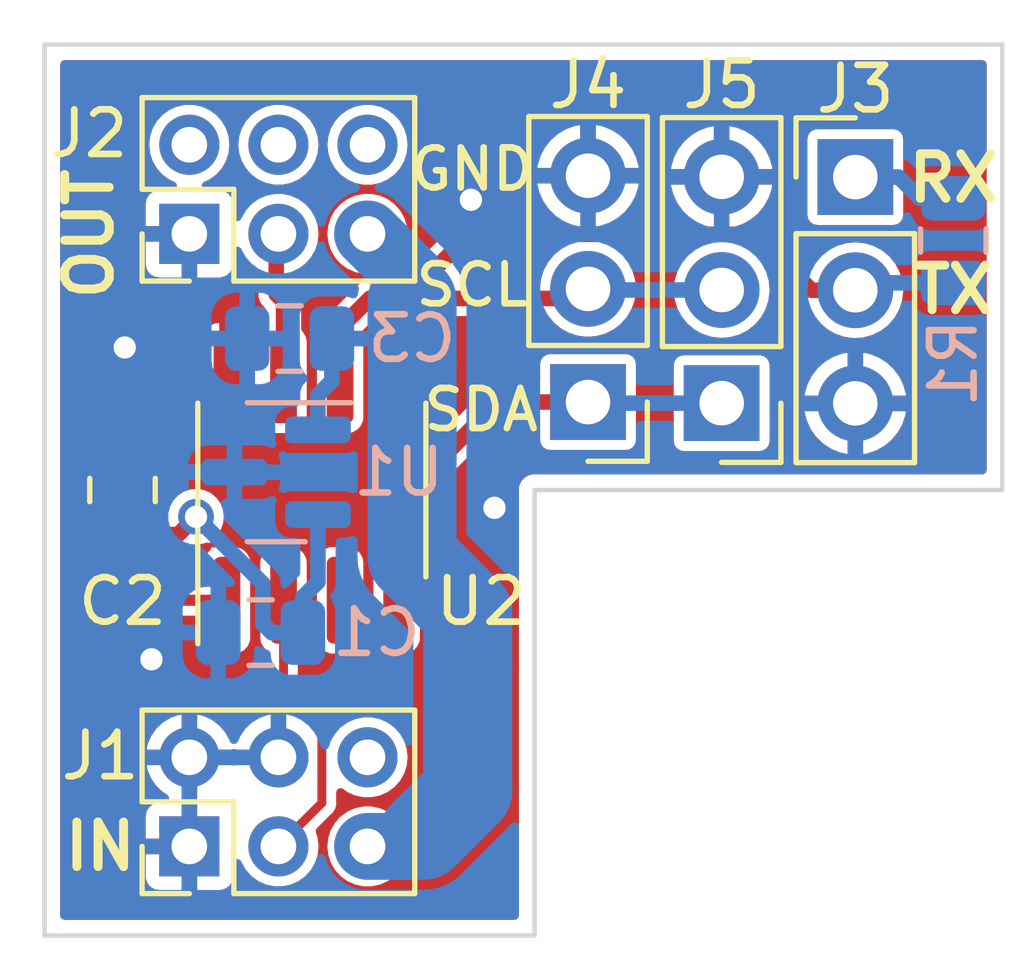
<source format=kicad_pcb>
(kicad_pcb (version 20210126) (generator pcbnew)
  (layers (0 "F.Cu" signal) (31 "B.Cu" signal) (36 "B.SilkS" user "B.Silkscreen") (37 "F.SilkS" user "F.Silkscreen") (38 "B.Mask" user) (39 "F.Mask" user) (44 "Edge.Cuts" user))
  (net 0 "")
  (net 1 "GND")
  (net 2 "Net-(C1-Pad1)")
  (net 3 "/PWM_IN")
  (net 5 "+12V")
  (net 8 "/PWM_OUT")
  (net 10 "Net-(J3-Pad2)")
  (net 11 "Net-(J3-Pad1)")
  (net 12 "/SCL")
  (net 13 "/SDA")
  (footprint "Connector_PinHeader_2.54mm:PinHeader_1x03_P2.54mm_Vertical" (layer "F.Cu") (at 138.2 92.975)
    (fp_text reference "J3" (at 0 -1.975) (layer "F.SilkS"))
    (fp_text value "Program Pins" hide)
    (fp_line (start 1.33 1.27) (end 1.33 6.41) (layer "F.SilkS") (width 0.12))
    (fp_line (start -1.33 1.27) (end -1.33 6.41) (layer "F.SilkS") (width 0.12))
    (fp_line (start -1.33 -1.33) (end 0 -1.33) (layer "F.SilkS") (width 0.12))
    (fp_line (start -1.33 1.27) (end 1.33 1.27) (layer "F.SilkS") (width 0.12))
    (fp_line (start -1.33 6.41) (end 1.33 6.41) (layer "F.SilkS") (width 0.12))
    (fp_line (start -1.33 0) (end -1.33 -1.33) (layer "F.SilkS") (width 0.12))
    (pad "1" thru_hole rect (at 0 0) (size 1.7 1.7) (drill 1) (layers *.Cu *.Mask) (net 11 "Net-(J3-Pad1)"))
    (pad "2" thru_hole oval (at 0 2.54) (size 1.7 1.7) (drill 1) (layers *.Cu *.Mask) (net 10 "Net-(J3-Pad2)"))
    (pad "3" thru_hole oval (at 0 5.08) (size 1.7 1.7) (drill 1) (layers *.Cu *.Mask) (net 1 "GND"))
  )
  (footprint "Connector_PinHeader_2.54mm:PinHeader_1x03_P2.54mm_Vertical" (layer "F.Cu") (at 135.2 98.05 180)
    (fp_text reference "J5" (at 0 7.15) (layer "F.SilkS"))
    (fp_text value "I2C" hide)
    (fp_line (start 1.33 1.27) (end 1.33 6.41) (layer "F.SilkS") (width 0.12))
    (fp_line (start -1.33 1.27) (end 1.33 1.27) (layer "F.SilkS") (width 0.12))
    (fp_line (start -1.33 1.27) (end -1.33 6.41) (layer "F.SilkS") (width 0.12))
    (fp_line (start -1.33 0) (end -1.33 -1.33) (layer "F.SilkS") (width 0.12))
    (fp_line (start -1.33 6.41) (end 1.33 6.41) (layer "F.SilkS") (width 0.12))
    (fp_line (start -1.33 -1.33) (end 0 -1.33) (layer "F.SilkS") (width 0.12))
    (pad "1" thru_hole rect (at 0 0 180) (size 1.7 1.7) (drill 1) (layers *.Cu *.Mask) (net 13 "/SDA"))
    (pad "2" thru_hole oval (at 0 2.54 180) (size 1.7 1.7) (drill 1) (layers *.Cu *.Mask) (net 12 "/SCL"))
    (pad "3" thru_hole oval (at 0 5.08 180) (size 1.7 1.7) (drill 1) (layers *.Cu *.Mask) (net 1 "GND"))
  )
  (footprint "Connector_PinHeader_2.00mm:PinHeader_2x03_P2.00mm_Vertical" (layer "F.Cu") (at 123.25 94.25 90)
    (fp_text reference "J2" (at 2.25 -2.25 180) (layer "F.SilkS"))
    (fp_text value "Out" hide)
    (fp_line (start 3.06 -1.06) (end 3.06 5.06) (layer "F.SilkS") (width 0.12))
    (fp_line (start 1 1) (end 1 -1.06) (layer "F.SilkS") (width 0.12))
    (fp_line (start 1 -1.06) (end 3.06 -1.06) (layer "F.SilkS") (width 0.12))
    (fp_line (start -1.06 1) (end -1.06 5.06) (layer "F.SilkS") (width 0.12))
    (fp_line (start -1.06 5.06) (end 3.06 5.06) (layer "F.SilkS") (width 0.12))
    (fp_line (start -1.06 0) (end -1.06 -1.06) (layer "F.SilkS") (width 0.12))
    (fp_line (start -1.06 1) (end 1 1) (layer "F.SilkS") (width 0.12))
    (fp_line (start -1.06 -1.06) (end 0 -1.06) (layer "F.SilkS") (width 0.12))
    (pad "1" thru_hole rect (at 0 0 90) (size 1.35 1.35) (drill 0.8) (layers *.Cu *.Mask) (net 1 "GND"))
    (pad "2" thru_hole oval (at 2 0 90) (size 1.35 1.35) (drill 0.8) (layers *.Cu *.Mask))
    (pad "3" thru_hole oval (at 0 2 90) (size 1.35 1.35) (drill 0.8) (layers *.Cu *.Mask) (net 8 "/PWM_OUT"))
    (pad "4" thru_hole oval (at 2 2 90) (size 1.35 1.35) (drill 0.8) (layers *.Cu *.Mask))
    (pad "5" thru_hole oval (at 0 4 90) (size 1.35 1.35) (drill 0.8) (layers *.Cu *.Mask) (net 5 "+12V"))
    (pad "6" thru_hole oval (at 2 4 90) (size 1.35 1.35) (drill 0.8) (layers *.Cu *.Mask))
  )
  (footprint "Connector_PinHeader_2.00mm:PinHeader_2x03_P2.00mm_Vertical" (layer "F.Cu") (at 123.25 108 90)
    (fp_text reference "J1" (at 2.03 -2 180) (layer "F.SilkS"))
    (fp_text value "In" hide)
    (fp_line (start -1.06 5.06) (end 3.06 5.06) (layer "F.SilkS") (width 0.12))
    (fp_line (start 3.06 -1.06) (end 3.06 5.06) (layer "F.SilkS") (width 0.12))
    (fp_line (start -1.06 1) (end -1.06 5.06) (layer "F.SilkS") (width 0.12))
    (fp_line (start 1 1) (end 1 -1.06) (layer "F.SilkS") (width 0.12))
    (fp_line (start 1 -1.06) (end 3.06 -1.06) (layer "F.SilkS") (width 0.12))
    (fp_line (start -1.06 1) (end 1 1) (layer "F.SilkS") (width 0.12))
    (fp_line (start -1.06 0) (end -1.06 -1.06) (layer "F.SilkS") (width 0.12))
    (fp_line (start -1.06 -1.06) (end 0 -1.06) (layer "F.SilkS") (width 0.12))
    (pad "1" thru_hole rect (at 0 0 90) (size 1.35 1.35) (drill 0.8) (layers *.Cu *.Mask) (net 1 "GND"))
    (pad "2" thru_hole oval (at 2 0 90) (size 1.35 1.35) (drill 0.8) (layers *.Cu *.Mask) (net 1 "GND"))
    (pad "3" thru_hole oval (at 0 2 90) (size 1.35 1.35) (drill 0.8) (layers *.Cu *.Mask) (net 3 "/PWM_IN"))
    (pad "4" thru_hole oval (at 2 2 90) (size 1.35 1.35) (drill 0.8) (layers *.Cu *.Mask) (net 1 "GND"))
    (pad "5" thru_hole oval (at 0 4 90) (size 1.35 1.35) (drill 0.8) (layers *.Cu *.Mask) (net 5 "+12V"))
    (pad "6" thru_hole oval (at 2 4 90) (size 1.35 1.35) (drill 0.8) (layers *.Cu *.Mask))
  )
  (footprint "Connector_PinHeader_2.54mm:PinHeader_1x03_P2.54mm_Vertical" (layer "F.Cu") (at 132.2 98.025 180)
    (fp_text reference "J4" (at 0 7.125) (layer "F.SilkS"))
    (fp_text value "I2C" hide)
    (fp_line (start -1.33 0) (end -1.33 -1.33) (layer "F.SilkS") (width 0.12))
    (fp_line (start -1.33 -1.33) (end 0 -1.33) (layer "F.SilkS") (width 0.12))
    (fp_line (start -1.33 6.41) (end 1.33 6.41) (layer "F.SilkS") (width 0.12))
    (fp_line (start 1.33 1.27) (end 1.33 6.41) (layer "F.SilkS") (width 0.12))
    (fp_line (start -1.33 1.27) (end -1.33 6.41) (layer "F.SilkS") (width 0.12))
    (fp_line (start -1.33 1.27) (end 1.33 1.27) (layer "F.SilkS") (width 0.12))
    (pad "1" thru_hole rect (at 0 0 180) (size 1.7 1.7) (drill 1) (layers *.Cu *.Mask) (net 13 "/SDA"))
    (pad "2" thru_hole oval (at 0 2.54 180) (size 1.7 1.7) (drill 1) (layers *.Cu *.Mask) (net 12 "/SCL"))
    (pad "3" thru_hole oval (at 0 5.08 180) (size 1.7 1.7) (drill 1) (layers *.Cu *.Mask) (net 1 "GND"))
  )
  (footprint "Capacitor_SMD:C_0805_2012Metric" (layer "F.Cu") (at 121.75 100 -90)
    (fp_text reference "C2" (at 2.5 0 -180) (layer "F.SilkS"))
    (fp_text value "100nF" hide)
    (fp_line (start -0.261252 0.735) (end 0.261252 0.735) (layer "F.SilkS") (width 0.12))
    (fp_line (start -0.261252 -0.735) (end 0.261252 -0.735) (layer "F.SilkS") (width 0.12))
    (pad "1" smd roundrect (at -0.95 0 270) (size 1 1.45) (layers "F.Cu" "F.Paste" "F.Mask") (net 1 "GND"))
    (pad "2" smd roundrect (at 0.95 0 270) (size 1 1.45) (layers "F.Cu" "F.Paste" "F.Mask") (net 2 "Net-(C1-Pad1)"))
  )
  (footprint "Package_SO:SOIC-8_3.9x4.9mm_P1.27mm" (layer "F.Cu") (at 126 100 90)
    (fp_text reference "U2" (at -2.5 3.8 180) (layer "F.SilkS"))
    (fp_text value "ATtiny402-SS" hide)
    (fp_line (start 0 2.56) (end 1.95 2.56) (layer "F.SilkS") (width 0.12))
    (fp_line (start 0 -2.56) (end 1.95 -2.56) (layer "F.SilkS") (width 0.12))
    (fp_line (start 0 2.56) (end -1.95 2.56) (layer "F.SilkS") (width 0.12))
    (fp_line (start 0 -2.56) (end -3.45 -2.56) (layer "F.SilkS") (width 0.12))
    (pad "1" smd roundrect (at -2.475 -1.905 90) (size 1.95 0.6) (layers "F.Cu" "F.Paste" "F.Mask") (net 2 "Net-(C1-Pad1)"))
    (pad "2" smd roundrect (at -2.475 -0.635 90) (size 1.95 0.6) (layers "F.Cu" "F.Paste" "F.Mask") (net 3 "/PWM_IN"))
    (pad "3" smd roundrect (at -2.475 0.635 90) (size 1.95 0.6) (layers "F.Cu" "F.Paste" "F.Mask"))
    (pad "4" smd roundrect (at -2.475 1.905 90) (size 1.95 0.6) (layers "F.Cu" "F.Paste" "F.Mask") (net 13 "/SDA"))
    (pad "5" smd roundrect (at 2.475 1.905 90) (size 1.95 0.6) (layers "F.Cu" "F.Paste" "F.Mask") (net 12 "/SCL"))
    (pad "6" smd roundrect (at 2.475 0.635 90) (size 1.95 0.6) (layers "F.Cu" "F.Paste" "F.Mask") (net 10 "Net-(J3-Pad2)"))
    (pad "7" smd roundrect (at 2.475 -0.635 90) (size 1.95 0.6) (layers "F.Cu" "F.Paste" "F.Mask") (net 8 "/PWM_OUT"))
    (pad "8" smd roundrect (at 2.475 -1.905 90) (size 1.95 0.6) (layers "F.Cu" "F.Paste" "F.Mask") (net 1 "GND"))
  )
  (footprint "Package_TO_SOT_SMD:SOT-23" (layer "B.Cu") (at 125.2 99.6 180)
    (fp_text reference "U1" (at -2.75 0 180) (layer "B.SilkS") (effects (justify mirror)))
    (fp_text value "AP7384-33SA" hide)
    (fp_line (start 0 1.56) (end 0.65 1.56) (layer "B.SilkS") (width 0.12))
    (fp_line (start 0 -1.56) (end 0.65 -1.56) (layer "B.SilkS") (width 0.12))
    (fp_line (start 0 -1.56) (end -0.65 -1.56) (layer "B.SilkS") (width 0.12))
    (fp_line (start 0 1.56) (end -1.675 1.56) (layer "B.SilkS") (width 0.12))
    (pad "1" smd roundrect (at -0.9375 0.95 180) (size 1.475 0.6) (layers "B.Cu" "B.Paste" "B.Mask") (net 5 "+12V"))
    (pad "2" smd roundrect (at -0.9375 -0.95 180) (size 1.475 0.6) (layers "B.Cu" "B.Paste" "B.Mask") (net 2 "Net-(C1-Pad1)"))
    (pad "3" smd roundrect (at 0.9375 0 180) (size 1.475 0.6) (layers "B.Cu" "B.Paste" "B.Mask") (net 1 "GND"))
  )
  (footprint "Capacitor_SMD:C_0805_2012Metric" (layer "B.Cu") (at 124.85 103.2 180)
    (fp_text reference "C1" (at -2.6 0 180) (layer "B.SilkS") (effects (justify mirror)))
    (fp_text value "1µF" hide)
    (fp_line (start -0.261252 -0.735) (end 0.261252 -0.735) (layer "B.SilkS") (width 0.12))
    (fp_line (start -0.261252 0.735) (end 0.261252 0.735) (layer "B.SilkS") (width 0.12))
    (pad "1" smd roundrect (at -0.95 0 180) (size 1 1.45) (layers "B.Cu" "B.Paste" "B.Mask") (net 2 "Net-(C1-Pad1)"))
    (pad "2" smd roundrect (at 0.95 0 180) (size 1 1.45) (layers "B.Cu" "B.Paste" "B.Mask") (net 1 "GND"))
  )
  (footprint "Capacitor_SMD:C_0805_2012Metric" (layer "B.Cu") (at 125.5 96.6 180)
    (fp_text reference "C3" (at -2.75 0) (layer "B.SilkS") (effects (justify mirror)))
    (fp_text value "1µF" hide)
    (fp_line (start -0.261252 0.735) (end 0.261252 0.735) (layer "B.SilkS") (width 0.12))
    (fp_line (start -0.261252 -0.735) (end 0.261252 -0.735) (layer "B.SilkS") (width 0.12))
    (pad "1" smd roundrect (at -0.95 0 180) (size 1 1.45) (layers "B.Cu" "B.Paste" "B.Mask") (net 5 "+12V"))
    (pad "2" smd roundrect (at 0.95 0 180) (size 1 1.45) (layers "B.Cu" "B.Paste" "B.Mask") (net 1 "GND"))
  )
  (footprint "Capacitor_SMD:C_0805_2012Metric" (layer "B.Cu") (at 140.4 94.4 -90)
    (fp_text reference "R1" (at 2.75 0 -90) (layer "B.SilkS") (effects (justify mirror)))
    (fp_text value "4K7" hide)
    (fp_line (start -0.261252 -0.735) (end 0.261252 -0.735) (layer "B.SilkS") (width 0.12))
    (fp_line (start -0.261252 0.735) (end 0.261252 0.735) (layer "B.SilkS") (width 0.12))
    (pad "1" smd roundrect (at -0.95 0 270) (size 1 1.45) (layers "B.Cu" "B.Paste" "B.Mask") (net 11 "Net-(J3-Pad1)"))
    (pad "2" smd roundrect (at 0.95 0 270) (size 1 1.45) (layers "B.Cu" "B.Paste" "B.Mask") (net 10 "Net-(J3-Pad2)"))
  )
  (gr_line (start 120 90) (end 141.5 90) (layer "Edge.Cuts") (width 0.1))
  (gr_line (start 131 100) (end 141.5 100) (layer "Edge.Cuts") (width 0.1))
  (gr_line (start 120 110) (end 120 90) (layer "Edge.Cuts") (width 0.1))
  (gr_line (start 141.5 90) (end 141.5 100) (layer "Edge.Cuts") (width 0.1))
  (gr_line (start 131 110) (end 131 100) (layer "Edge.Cuts") (width 0.1))
  (gr_line (start 120 110) (end 131 110) (layer "Edge.Cuts") (width 0.1))
  (gr_text "SDA" (at 129.8 98.2) (layer "F.SilkS") (effects (font (size 0.9 0.9))))
  (gr_text "SCL" (at 129.6 95.4) (layer "F.SilkS") (effects (font (size 0.9 0.9))))
  (gr_text "RX" (at 140.4 93) (layer "F.SilkS") (effects (font (size 1 1) (thickness 0.2))))
  (gr_text "TX" (at 140.4 95.5) (layer "F.SilkS") (effects (font (size 1 1) (thickness 0.2))))
  (gr_text "IN" (at 121.25 108) (layer "F.SilkS") (effects (font (size 1 1) (thickness 0.2))))
  (gr_text "GND" (at 129.6 92.8) (layer "F.SilkS") (effects (font (size 0.9 0.9))))
  (gr_text "OUT" (at 121 94.25 90) (layer "F.SilkS") (effects (font (size 1 1) (thickness 0.2))))
  (via (at 130.1 100.4) (size 0.8) (drill 0.5) (layers "F.Cu" "B.Cu") (net 1))
  (via (at 121.8 96.8) (size 0.8) (drill 0.5) (layers "F.Cu" "B.Cu") (net 1))
  (via (at 122.4 103.8) (size 0.8) (drill 0.5) (layers "F.Cu" "B.Cu") (net 1))
  (via (at 129.571258 93.484979) (size 0.8) (drill 0.5) (layers "F.Cu" "B.Cu") (net 1))
  (segment (start 121.75 101.75) (end 122.475 102.475) (width 0.25) (layer "F.Cu") (net 2))
  (segment (start 122.475 102.475) (end 124.095 102.475) (width 0.25) (layer "F.Cu") (net 2))
  (segment (start 121.8 101) (end 121.75 100.95) (width 0.35) (layer "F.Cu") (net 2))
  (segment (start 121.75 100.95) (end 121.75 101.75) (width 0.25) (layer "F.Cu") (net 2))
  (segment (start 123 101) (end 121.8 101) (width 0.35) (layer "F.Cu") (net 2))
  (segment (start 123.4 100.6) (end 123 101) (width 0.35) (layer "F.Cu") (net 2))
  (via (at 123.4 100.6) (size 0.8) (drill 0.5) (layers "F.Cu" "B.Cu") (net 2))
  (segment (start 124.9 102.1) (end 124 101.2) (width 0.35) (layer "B.Cu") (net 2))
  (segment (start 126.1875 100.8) (end 126.2 100.8) (width 0.25) (layer "B.Cu") (net 2))
  (segment (start 124.9 103) (end 124.9 102.1) (width 0.35) (layer "B.Cu") (net 2))
  (segment (start 125.1 103.2) (end 124.9 103) (width 0.35) (layer "B.Cu") (net 2))
  (segment (start 126.2 100.8) (end 126.25 100.75) (width 0.25) (layer "B.Cu") (net 2))
  (segment (start 124 101.2) (end 123.4 100.6) (width 0.35) (layer "B.Cu") (net 2))
  (segment (start 125.8 103.2) (end 125.1 103.2) (width 0.35) (layer "B.Cu") (net 2))
  (segment (start 126.1375 100.55) (end 126.1375 102.0625) (width 0.35) (layer "B.Cu") (net 2))
  (segment (start 125.8 102.4) (end 125.8 103.2) (width 0.35) (layer "B.Cu") (net 2))
  (segment (start 126.1375 102.0625) (end 125.8 102.4) (width 0.35) (layer "B.Cu") (net 2))
  (segment (start 125.365 102.475) (end 125.365 104.565) (width 0.2) (layer "F.Cu") (net 3))
  (segment (start 125.365 104.565) (end 126.225011 105.425011) (width 0.2) (layer "F.Cu") (net 3))
  (segment (start 126.225011 105.425011) (end 126.225011 107.024989) (width 0.2) (layer "F.Cu") (net 3))
  (segment (start 126.225011 107.024989) (end 125.25 108) (width 0.2) (layer "F.Cu") (net 3))
  (segment (start 128.25 95.25) (end 127.25 94.25) (width 1.5) (layer "B.Cu") (net 5))
  (segment (start 126.45 96.6) (end 127.8 96.6) (width 0.35) (layer "B.Cu") (net 5))
  (segment (start 127.55 100.8) (end 128.25 101.5) (width 0.25) (layer "B.Cu") (net 5))
  (segment (start 128.5 101.75) (end 128.25 101.5) (width 2) (layer "B.Cu") (net 5))
  (segment (start 128 99) (end 128.25 99.25) (width 0.25) (layer "B.Cu") (net 5))
  (segment (start 128.25 97.05) (end 128.25 95.75) (width 2) (layer "B.Cu") (net 5))
  (segment (start 129.5 106.75) (end 129.5 104) (width 2) (layer "B.Cu") (net 5))
  (segment (start 129.5 102.75) (end 128.5 101.75) (width 2) (layer "B.Cu") (net 5))
  (segment (start 128.25 108) (end 127.25 108) (width 1.5) (layer "B.Cu") (net 5))
  (segment (start 126.45 96.6) (end 126.45 97.55) (width 0.35) (layer "B.Cu") (net 5))
  (segment (start 126.45 97.55) (end 126.1375 97.8625) (width 0.35) (layer "B.Cu") (net 5))
  (segment (start 129.5 104) (end 129.5 102.75) (width 2) (layer "B.Cu") (net 5))
  (segment (start 128.25 101.5) (end 128.25 99.25) (width 2) (layer "B.Cu") (net 5))
  (segment (start 128.5 107.75) (end 129.5 106.75) (width 2) (layer "B.Cu") (net 5))
  (segment (start 128.25 95.75) (end 128.25 95.25) (width 1.5) (layer "B.Cu") (net 5))
  (segment (start 128.25 99.25) (end 128.25 97.05) (width 2) (layer "B.Cu") (net 5))
  (segment (start 126.1375 97.8625) (end 126.1375 98.65) (width 0.35) (layer "B.Cu") (net 5))
  (segment (start 127.8 96.6) (end 128.25 97.05) (width 0.35) (layer "B.Cu") (net 5))
  (segment (start 128.5 107.75) (end 128.25 108) (width 1.5) (layer "B.Cu") (net 5))
  (segment (start 125.2 95.6) (end 125.2 94.3) (width 0.35) (layer "F.Cu") (net 8))
  (segment (start 125.365 97.525) (end 125.365 95.765) (width 0.35) (layer "F.Cu") (net 8))
  (segment (start 125.365 95.765) (end 125.2 95.6) (width 0.35) (layer "F.Cu") (net 8))
  (segment (start 125.2 94.3) (end 125.25 94.25) (width 0.35) (layer "F.Cu") (net 8))
  (segment (start 129.540011 94.259989) (end 128.1 95.7) (width 0.35) (layer "F.Cu") (net 10))
  (segment (start 126.635 96.365) (end 126.635 97.525) (width 0.35) (layer "F.Cu") (net 10))
  (segment (start 138.2 95.515) (end 137.215 95.515) (width 0.35) (layer "F.Cu") (net 10))
  (segment (start 137.215 95.515) (end 135.959989 94.259989) (width 0.35) (layer "F.Cu") (net 10))
  (segment (start 127.3 95.7) (end 126.635 96.365) (width 0.35) (layer "F.Cu") (net 10))
  (segment (start 135.959989 94.259989) (end 129.540011 94.259989) (width 0.35) (layer "F.Cu") (net 10))
  (segment (start 128.1 95.7) (end 127.3 95.7) (width 0.35) (layer "F.Cu") (net 10))
  (segment (start 138.365 95.35) (end 138.2 95.515) (width 0.35) (layer "B.Cu") (net 10))
  (segment (start 140.4 95.35) (end 138.365 95.35) (width 0.35) (layer "B.Cu") (net 10))
  (segment (start 139.175 92.975) (end 138.2 92.975) (width 0.35) (layer "B.Cu") (net 11))
  (segment (start 140.4 93.45) (end 139.65 93.45) (width 0.35) (layer "B.Cu") (net 11))
  (segment (start 139.65 93.45) (end 139.175 92.975) (width 0.35) (layer "B.Cu") (net 11))
  (segment (start 131.985 95.7) (end 132.2 95.485) (width 0.35) (layer "F.Cu") (net 12))
  (segment (start 128.9 95.7) (end 131.985 95.7) (width 0.35) (layer "F.Cu") (net 12))
  (segment (start 127.905 96.695) (end 128.9 95.7) (width 0.35) (layer "F.Cu") (net 12))
  (segment (start 127.905 97.525) (end 127.905 96.695) (width 0.35) (layer "F.Cu") (net 12))
  (segment (start 135.2 95.51) (end 132.225 95.51) (width 0.35) (layer "B.Cu") (net 12))
  (segment (start 132.225 95.51) (end 132.2 95.485) (width 0.35) (layer "B.Cu") (net 12))
  (segment (start 130.175 98.025) (end 127.905 100.295) (width 0.35) (layer "F.Cu") (net 13))
  (segment (start 132.2 98.025) (end 130.175 98.025) (width 0.35) (layer "F.Cu") (net 13))
  (segment (start 127.905 100.295) (end 127.905 102.475) (width 0.35) (layer "F.Cu") (net 13))
  (segment (start 135.2 98.05) (end 132.225 98.05) (width 0.35) (layer "B.Cu") (net 13))
  (segment (start 132.225 98.05) (end 132.2 98.025) (width 0.35) (layer "B.Cu") (net 13))
  (zone (net 1) (net_name "GND") (layers F&B.Cu) (name "GND_FILL") (connect_pads (clearance 0.22)) (min_thickness 0.2) (fill yes (thermal_gap 0.3) (thermal_bridge_width 0.35))
    (polygon (pts (xy 142 111) (xy 119 111) (xy 119 89) (xy 142 89)))
  )
)
</source>
